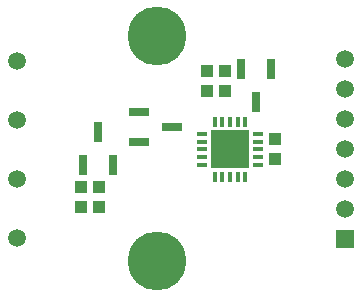
<source format=gbr>
G04 DipTrace 2.2.0.9*
%INTopMask.gbr*%
%MOIN*%
%ADD19R,0.0394X0.0433*%
%ADD20R,0.0591X0.0591*%
%ADD21C,0.0591*%
%ADD23R,0.028X0.0669*%
%ADD24R,0.0669X0.028*%
%ADD25R,0.0138X0.0374*%
%ADD26R,0.0374X0.0138*%
%ADD27R,0.128X0.128*%
%ADD28C,0.196*%
%FSLAX44Y44*%
G04*
G70*
G90*
G75*
G01*
%LNTopMask*%
%LPD*%
D19*
X15373Y8605D3*
Y9274D3*
X9487Y7017D3*
Y7686D3*
X8918Y7017D3*
Y7686D3*
D28*
X11441Y12690D3*
Y5190D3*
D20*
X17691Y5940D3*
D21*
Y6940D3*
Y7940D3*
Y8940D3*
Y9940D3*
Y10940D3*
Y11940D3*
X6785Y9920D3*
Y11889D3*
Y5981D3*
Y7949D3*
D23*
X9978Y8395D3*
X9478Y9497D3*
X8978Y8395D3*
D24*
X10820Y9189D3*
X11922Y9689D3*
X10820Y10189D3*
D23*
X14240Y11612D3*
X14740Y10510D3*
X15240Y11612D3*
D19*
X13090Y10868D3*
Y11537D3*
X13690Y10857D3*
Y11527D3*
D25*
X14384Y9851D3*
X14128D3*
X13868D3*
X13616D3*
X13360D3*
D26*
X12951Y9442D3*
Y9186D3*
Y8942D3*
Y8674D3*
Y8418D3*
D25*
X13360Y8009D3*
X13616D3*
X13868D3*
X14128D3*
X14384D3*
D26*
X14793Y8418D3*
Y8674D3*
Y8942D3*
Y9186D3*
Y9442D3*
D27*
X13872Y8930D3*
M02*

</source>
